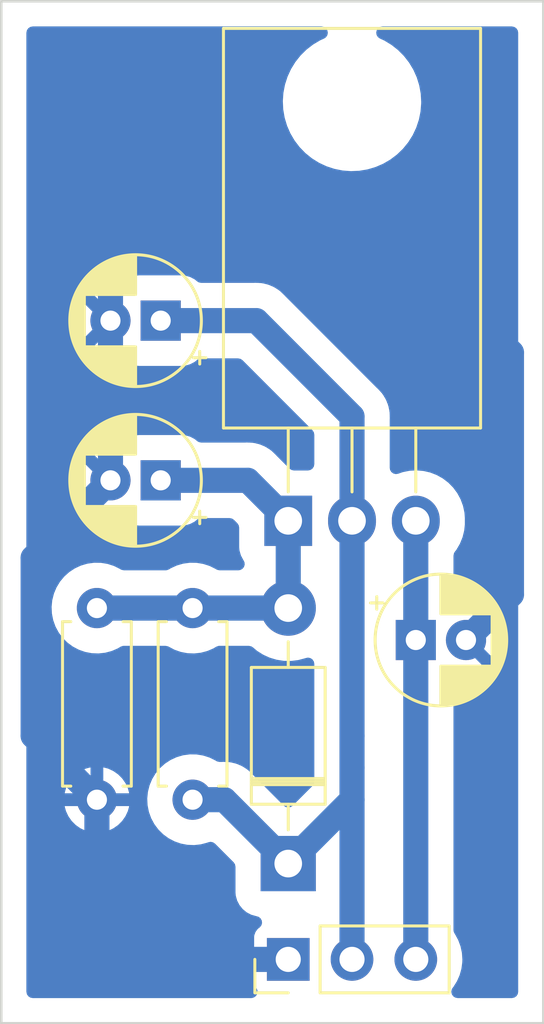
<source format=kicad_pcb>
(kicad_pcb (version 20211014) (generator pcbnew)
  (layers (0 "F.Cu" signal) (31 "B.Cu" signal) (34 "B.Paste" user) (35 "F.Paste" user) (36 "B.SilkS" user "B.Silkscreen") (37 "F.SilkS" user "F.Silkscreen") (38 "B.Mask" user) (39 "F.Mask" user) (44 "Edge.Cuts" user))
  (net 0 "")
  (net 1 "VIN")
  (net 2 "GND")
  (net 3 "/ADJ")
  (net 4 "VOUT")
  (footprint "Capacitor_THT:CP_Radial_D5.0mm_P2.00mm" (layer "F.Cu") (at 185.42 74.93 180)
    (fp_text reference "C3" hide)
    (fp_text value "1u" hide)
    (fp_line (start 1.16 -2.576) (end 1.16 -1.04) (layer "F.SilkS") (width 0.12))
    (fp_line (start 1.28 -2.565) (end 1.28 -1.04) (layer "F.SilkS") (width 0.12))
    (fp_line (start 2.841 1.04) (end 2.841 1.826) (layer "F.SilkS") (width 0.12))
    (fp_line (start 3.521 -0.677) (end 3.521 0.677) (layer "F.SilkS") (width 0.12))
    (fp_line (start 3.561 -0.518) (end 3.561 0.518) (layer "F.SilkS") (width 0.12))
    (fp_line (start 2.761 1.04) (end 2.761 1.901) (layer "F.SilkS") (width 0.12))
    (fp_line (start 2.561 1.04) (end 2.561 2.065) (layer "F.SilkS") (width 0.12))
    (fp_line (start 2.201 -2.29) (end 2.201 -1.04) (layer "F.SilkS") (width 0.12))
    (fp_line (start 2.441 1.04) (end 2.441 2.149) (layer "F.SilkS") (width 0.12))
    (fp_line (start 2.201 1.04) (end 2.201 2.29) (layer "F.SilkS") (width 0.12))
    (fp_line (start 1.4 -2.55) (end 1.4 -1.04) (layer "F.SilkS") (width 0.12))
    (fp_line (start 2.121 -2.329) (end 2.121 -1.04) (layer "F.SilkS") (width 0.12))
    (fp_line (start 1.36 1.04) (end 1.36 2.556) (layer "F.SilkS") (width 0.12))
    (fp_line (start 1.48 1.04) (end 1.48 2.536) (layer "F.SilkS") (width 0.12))
    (fp_line (start 2.281 1.04) (end 2.281 2.247) (layer "F.SilkS") (width 0.12))
    (fp_line (start 1.801 -2.455) (end 1.801 -1.04) (layer "F.SilkS") (width 0.12))
    (fp_line (start 3.601 -0.284) (end 3.601 0.284) (layer "F.SilkS") (width 0.12))
    (fp_line (start 1.4 1.04) (end 1.4 2.55) (layer "F.SilkS") (width 0.12))
    (fp_line (start 2.521 -2.095) (end 2.521 -1.04) (layer "F.SilkS") (width 0.12))
    (fp_line (start 2.041 -2.365) (end 2.041 -1.04) (layer "F.SilkS") (width 0.12))
    (fp_line (start 1.68 -2.491) (end 1.68 -1.04) (layer "F.SilkS") (width 0.12))
    (fp_line (start 3.321 -1.178) (end 3.321 1.178) (layer "F.SilkS") (width 0.12))
    (fp_line (start 3.241 -1.319) (end 3.241 1.319) (layer "F.SilkS") (width 0.12))
    (fp_line (start 1.56 1.04) (end 1.56 2.52) (layer "F.SilkS") (width 0.12))
    (fp_line (start 1.64 1.04) (end 1.64 2.501) (layer "F.SilkS") (width 0.12))
    (fp_line (start 2.241 1.04) (end 2.241 2.268) (layer "F.SilkS") (width 0.12))
    (fp_line (start 3.041 -1.605) (end 3.041 1.605) (layer "F.SilkS") (width 0.12))
    (fp_line (start 1.801 1.04) (end 1.801 2.455) (layer "F.SilkS") (width 0.12))
    (fp_line (start 3.401 -1.011) (end 3.401 1.011) (layer "F.SilkS") (width 0.12))
    (fp_line (start 1.56 -2.52) (end 1.56 -1.04) (layer "F.SilkS") (width 0.12))
    (fp_line (start 1.6 1.04) (end 1.6 2.511) (layer "F.SilkS") (width 0.12))
    (fp_line (start 1 1.04) (end 1 2.58) (layer "F.SilkS") (width 0.12))
    (fp_line (start 1.04 -2.58) (end 1.04 -1.04) (layer "F.SilkS") (width 0.12))
    (fp_line (start 2.001 -2.382) (end 2.001 -1.04) (layer "F.SilkS") (width 0.12))
    (fp_line (start 2.401 -2.175) (end 2.401 -1.04) (layer "F.SilkS") (width 0.12))
    (fp_line (start 2.561 -2.065) (end 2.561 -1.04) (layer "F.SilkS") (width 0.12))
    (fp_line (start 1.44 1.04) (end 1.44 2.543) (layer "F.SilkS") (width 0.12))
    (fp_line (start 2.281 -2.247) (end 2.281 -1.04) (layer "F.SilkS") (width 0.12))
    (fp_line (start 2.961 -1.699) (end 2.961 -1.04) (layer "F.SilkS") (width 0.12))
    (fp_line (start 2.321 1.04) (end 2.321 2.224) (layer "F.SilkS") (width 0.12))
    (fp_line (start 2.721 -1.937) (end 2.721 -1.04) (layer "F.SilkS") (width 0.12))
    (fp_line (start 1.52 -2.528) (end 1.52 -1.04) (layer "F.SilkS") (width 0.12))
    (fp_line (start 1.28 1.04) (end 1.28 2.565) (layer "F.SilkS") (width 0.12))
    (fp_line (start 1.841 -2.442) (end 1.841 -1.04) (layer "F.SilkS") (width 0.12))
    (fp_line (start 2.841 -1.826) (end 2.841 -1.04) (layer "F.SilkS") (width 0.12))
    (fp_line (start 1.52 1.04) (end 1.52 2.528) (layer "F.SilkS") (width 0.12))
    (fp_line (start 1.841 1.04) (end 1.841 2.442) (layer "F.SilkS") (width 0.12))
    (fp_line (start 2.641 1.04) (end 2.641 2.004) (layer "F.SilkS") (width 0.12))
    (fp_line (start 2.921 1.04) (end 2.921 1.743) (layer "F.SilkS") (width 0.12))
    (fp_line (start 3.001 -1.653) (end 3.001 -1.04) (layer "F.SilkS") (width 0.12))
    (fp_line (start 3.201 -1.383) (end 3.201 1.383) (layer "F.SilkS") (width 0.12))
    (fp_line (start 3.281 -1.251) (end 3.281 1.251) (layer "F.SilkS") (width 0.12))
    (fp_line (start 2.881 1.04) (end 2.881 1.785) (layer "F.SilkS") (width 0.12))
    (fp_line (start 2.081 1.04) (end 2.081 2.348) (layer "F.SilkS") (width 0.12))
    (fp_line (start 1 -2.58) (end 1 -1.04) (layer "F.SilkS") (width 0.12))
    (fp_line (start 2.921 -1.743) (end 2.921 -1.04) (layer "F.SilkS") (width 0.12))
    (fp_line (start 3.161 -1.443) (end 3.161 1.443) (layer "F.SilkS") (width 0.12))
    (fp_line (start -1.804775 -1.475) (end -1.304775 -1.475) (layer "F.SilkS") (width 0.12))
    (fp_line (start 2.361 1.04) (end 2.361 2.2) (layer "F.SilkS") (width 0.12))
    (fp_line (start 1.16 1.04) (end 1.16 2.576) (layer "F.SilkS") (width 0.12))
    (fp_line (start 1.12 -2.578) (end 1.12 -1.04) (layer "F.SilkS") (width 0.12))
    (fp_line (start 2.441 -2.149) (end 2.441 -1.04) (layer "F.SilkS") (width 0.12))
    (fp_line (start 1.68 1.04) (end 1.68 2.491) (layer "F.SilkS") (width 0.12))
    (fp_line (start 1.961 1.04) (end 1.961 2.398) (layer "F.SilkS") (width 0.12))
    (fp_line (start 2.481 1.04) (end 2.481 2.122) (layer "F.SilkS") (width 0.12))
    (fp_line (start 1.961 -2.398) (end 1.961 -1.04) (layer "F.SilkS") (width 0.12))
    (fp_line (start 1.2 1.04) (end 1.2 2.573) (layer "F.SilkS") (width 0.12))
    (fp_line (start 1.08 -2.579) (end 1.08 -1.04) (layer "F.SilkS") (width 0.12))
    (fp_line (start 2.121 1.04) (end 2.121 2.329) (layer "F.SilkS") (width 0.12))
    (fp_line (start 1.24 -2.569) (end 1.24 -1.04) (layer "F.SilkS") (width 0.12))
    (fp_line (start 1.08 1.04) (end 1.08 2.579) (layer "F.SilkS") (width 0.12))
    (fp_line (start 1.36 -2.556) (end 1.36 -1.04) (layer "F.SilkS") (width 0.12))
    (fp_line (start 2.241 -2.268) (end 2.241 -1.04) (layer "F.SilkS") (width 0.12))
    (fp_line (start 1.881 -2.428) (end 1.881 -1.04) (layer "F.SilkS") (width 0.12))
    (fp_line (start 3.081 -1.554) (end 3.081 1.554) (layer "F.SilkS") (width 0.12))
    (fp_line (start 2.681 -1.971) (end 2.681 -1.04) (layer "F.SilkS") (width 0.12))
    (fp_line (start 1.32 1.04) (end 1.32 2.561) (layer "F.SilkS") (width 0.12))
    (fp_line (start 1.921 1.04) (end 1.921 2.414) (layer "F.SilkS") (width 0.12))
    (fp_line (start 2.041 1.04) (end 2.041 2.365) (layer "F.SilkS") (width 0.12))
    (fp_line (start 2.761 -1.901) (end 2.761 -1.04) (layer "F.SilkS") (width 0.12))
    (fp_line (start 2.001 1.04) (end 2.001 2.382) (layer "F.SilkS") (width 0.12))
    (fp_line (start 1.6 -2.511) (end 1.6 -1.04) (layer "F.SilkS") (width 0.12))
    (fp_line (start 2.161 1.04) (end 2.161 2.31) (layer "F.SilkS") (width 0.12))
    (fp_line (start 1.881 1.04) (end 1.881 2.428) (layer "F.SilkS") (width 0.12))
    (fp_line (start 1.32 -2.561) (end 1.32 -1.04) (layer "F.SilkS") (width 0.12))
    (fp_line (start 2.881 -1.785) (end 2.881 -1.04) (layer "F.SilkS") (width 0.12))
    (fp_line (start 2.521 1.04) (end 2.521 2.095) (layer "F.SilkS") (width 0.12))
    (fp_line (start 3.001 1.04) (end 3.001 1.653) (layer "F.SilkS") (width 0.12))
    (fp_line (start 2.161 -2.31) (end 2.161 -1.04) (layer "F.SilkS") (width 0.12))
    (fp_line (start 1.721 1.04) (end 1.721 2.48) (layer "F.SilkS") (width 0.12))
    (fp_line (start 1.24 1.04) (end 1.24 2.569) (layer "F.SilkS") (width 0.12))
    (fp_line (start 1.04 1.04) (end 1.04 2.58) (layer "F.SilkS") (width 0.12))
    (fp_line (start 1.48 -2.536) (end 1.48 -1.04) (layer "F.SilkS") (width 0.12))
    (fp_line (start 1.2 -2.573) (end 1.2 -1.04) (layer "F.SilkS") (width 0.12))
    (fp_line (start 2.481 -2.122) (end 2.481 -1.04) (layer "F.SilkS") (width 0.12))
    (fp_line (start 1.761 -2.468) (end 1.761 -1.04) (layer "F.SilkS") (width 0.12))
    (fp_line (start 2.681 1.04) (end 2.681 1.971) (layer "F.SilkS") (width 0.12))
    (fp_line (start 1.721 -2.48) (end 1.721 -1.04) (layer "F.SilkS") (width 0.12))
    (fp_line (start 2.721 1.04) (end 2.721 1.937) (layer "F.SilkS") (width 0.12))
    (fp_line (start 1.761 1.04) (end 1.761 2.468) (layer "F.SilkS") (width 0.12))
    (fp_line (start 3.361 -1.098) (end 3.361 1.098) (layer "F.SilkS") (width 0.12))
    (fp_line (start 2.321 -2.224) (end 2.321 -1.04) (layer "F.SilkS") (width 0.12))
    (fp_line (start 2.081 -2.348) (end 2.081 -1.04) (layer "F.SilkS") (width 0.12))
    (fp_line (start 2.601 -2.035) (end 2.601 -1.04) (layer "F.SilkS") (width 0.12))
    (fp_line (start 2.961 1.04) (end 2.961 1.699) (layer "F.SilkS") (width 0.12))
    (fp_line (start 2.401 1.04) (end 2.401 2.175) (layer "F.SilkS") (width 0.12))
    (fp_line (start 1.12 1.04) (end 1.12 2.578) (layer "F.SilkS") (width 0.12))
    (fp_line (start 2.801 1.04) (end 2.801 1.864) (layer "F.SilkS") (width 0.12))
    (fp_line (start 1.44 -2.543) (end 1.44 -1.04) (layer "F.SilkS") (width 0.12))
    (fp_line (start 2.601 1.04) (end 2.601 2.035) (layer "F.SilkS") (width 0.12))
    (fp_line (start 2.641 -2.004) (end 2.641 -1.04) (layer "F.SilkS") (width 0.12))
    (fp_line (start 1.921 -2.414) (end 1.921 -1.04) (layer "F.SilkS") (width 0.12))
    (fp_line (start 2.801 -1.864) (end 2.801 -1.04) (layer "F.SilkS") (width 0.12))
    (fp_line (start 1.64 -2.501) (end 1.64 -1.04) (layer "F.SilkS") (width 0.12))
    (fp_line (start 3.441 -0.915) (end 3.441 0.915) (layer "F.SilkS") (width 0.12))
    (fp_line (start 3.481 -0.805) (end 3.481 0.805) (layer "F.SilkS") (width 0.12))
    (fp_line (start -1.554775 -1.725) (end -1.554775 -1.225) (layer "F.SilkS") (width 0.12))
    (fp_line (start 3.121 -1.5) (end 3.121 1.5) (layer "F.SilkS") (width 0.12))
    (fp_line (start 2.361 -2.2) (end 2.361 -1.04) (layer "F.SilkS") (width 0.12))
    (fp_circle (center 1 0) (end 3.62 0) (layer "F.SilkS") (width 0.12) (fill none))
    (pad "1" thru_hole rect (at 0 0 180) (size 1.6 1.6) (drill 0.8) (layers *.Cu *.Mask) (net 4 "VOUT"))
    (pad "2" thru_hole circle (at 2 0 180) (size 1.6 1.6) (drill 0.8) (layers *.Cu *.Mask) (net 2 "GND"))
  )
  (footprint "Resistor_THT:R_Axial_DIN0207_L6.3mm_D2.5mm_P7.62mm_Horizontal" (layer "F.Cu") (at 186.69 93.98 90)
    (fp_text reference "R1" hide)
    (fp_text value "240" hide)
    (fp_line (start 0.54 1.04) (end 0.54 1.37) (layer "F.SilkS") (width 0.12))
    (fp_line (start 0.54 1.37) (end 7.08 1.37) (layer "F.SilkS") (width 0.12))
    (fp_line (start 0.54 -1.04) (end 0.54 -1.37) (layer "F.SilkS") (width 0.12))
    (fp_line (start 0.54 -1.37) (end 7.08 -1.37) (layer "F.SilkS") (width 0.12))
    (fp_line (start 7.08 1.37) (end 7.08 1.04) (layer "F.SilkS") (width 0.12))
    (fp_line (start 7.08 -1.37) (end 7.08 -1.04) (layer "F.SilkS") (width 0.12))
    (pad "1" thru_hole circle (at 0 0 90) (size 1.6 1.6) (drill 0.8) (layers *.Cu *.Mask) (net 4 "VOUT"))
    (pad "2" thru_hole oval (at 7.62 0 90) (size 1.6 1.6) (drill 0.8) (layers *.Cu *.Mask) (net 3 "/ADJ"))
  )
  (footprint "Capacitor_THT:CP_Radial_D5.0mm_P2.00mm" (layer "F.Cu") (at 195.58 87.63)
    (fp_text reference "C1" hide)
    (fp_text value "0.1u" hide)
    (fp_line (start 1.52 1.04) (end 1.52 2.528) (layer "F.SilkS") (width 0.12))
    (fp_line (start 1.48 1.04) (end 1.48 2.536) (layer "F.SilkS") (width 0.12))
    (fp_line (start 1.721 -2.48) (end 1.721 -1.04) (layer "F.SilkS") (width 0.12))
    (fp_line (start 1.921 -2.414) (end 1.921 -1.04) (layer "F.SilkS") (width 0.12))
    (fp_line (start -1.554775 -1.725) (end -1.554775 -1.225) (layer "F.SilkS") (width 0.12))
    (fp_line (start 2.881 -1.785) (end 2.881 -1.04) (layer "F.SilkS") (width 0.12))
    (fp_line (start 1.16 1.04) (end 1.16 2.576) (layer "F.SilkS") (width 0.12))
    (fp_line (start 2.921 1.04) (end 2.921 1.743) (layer "F.SilkS") (width 0.12))
    (fp_line (start 1 1.04) (end 1 2.58) (layer "F.SilkS") (width 0.12))
    (fp_line (start 1.48 -2.536) (end 1.48 -1.04) (layer "F.SilkS") (width 0.12))
    (fp_line (start -1.804775 -1.475) (end -1.304775 -1.475) (layer "F.SilkS") (width 0.12))
    (fp_line (start 2.721 1.04) (end 2.721 1.937) (layer "F.SilkS") (width 0.12))
    (fp_line (start 2.041 -2.365) (end 2.041 -1.04) (layer "F.SilkS") (width 0.12))
    (fp_line (start 3.401 -1.011) (end 3.401 1.011) (layer "F.SilkS") (width 0.12))
    (fp_line (start 3.161 -1.443) (end 3.161 1.443) (layer "F.SilkS") (width 0.12))
    (fp_line (start 1.28 -2.565) (end 1.28 -1.04) (layer "F.SilkS") (width 0.12))
    (fp_line (start 1.6 1.04) (end 1.6 2.511) (layer "F.SilkS") (width 0.12))
    (fp_line (start 2.681 -1.971) (end 2.681 -1.04) (layer "F.SilkS") (width 0.12))
    (fp_line (start 1 -2.58) (end 1 -1.04) (layer "F.SilkS") (width 0.12))
    (fp_line (start 1.12 -2.578) (end 1.12 -1.04) (layer "F.SilkS") (width 0.12))
    (fp_line (start 1.4 1.04) (end 1.4 2.55) (layer "F.SilkS") (width 0.12))
    (fp_line (start 1.68 1.04) (end 1.68 2.491) (layer "F.SilkS") (width 0.12))
    (fp_line (start 1.04 -2.58) (end 1.04 -1.04) (layer "F.SilkS") (width 0.12))
    (fp_line (start 1.36 -2.556) (end 1.36 -1.04) (layer "F.SilkS") (width 0.12))
    (fp_line (start 1.961 -2.398) (end 1.961 -1.04) (layer "F.SilkS") (width 0.12))
    (fp_line (start 2.841 -1.826) (end 2.841 -1.04) (layer "F.SilkS") (width 0.12))
    (fp_line (start 2.521 1.04) (end 2.521 2.095) (layer "F.SilkS") (width 0.12))
    (fp_line (start 2.041 1.04) (end 2.041 2.365) (layer "F.SilkS") (width 0.12))
    (fp_line (start 2.001 1.04) (end 2.001 2.382) (layer "F.SilkS") (width 0.12))
    (fp_line (start 3.001 -1.653) (end 3.001 -1.04) (layer "F.SilkS") (width 0.12))
    (fp_line (start 2.161 1.04) (end 2.161 2.31) (layer "F.SilkS") (width 0.12))
    (fp_line (start 1.44 -2.543) (end 1.44 -1.04) (layer "F.SilkS") (width 0.12))
    (fp_line (start 2.361 1.04) (end 2.361 2.2) (layer "F.SilkS") (width 0.12))
    (fp_line (start 2.641 1.04) (end 2.641 2.004) (layer "F.SilkS") (width 0.12))
    (fp_line (start 3.441 -0.915) (end 3.441 0.915) (layer "F.SilkS") (width 0.12))
    (fp_line (start 2.321 -2.224) (end 2.321 -1.04) (layer "F.SilkS") (width 0.12))
    (fp_line (start 2.601 1.04) (end 2.601 2.035) (layer "F.SilkS") (width 0.12))
    (fp_line (start 3.281 -1.251) (end 3.281 1.251) (layer "F.SilkS") (width 0.12))
    (fp_line (start 2.721 -1.937) (end 2.721 -1.04) (layer "F.SilkS") (width 0.12))
    (fp_line (start 2.841 1.04) (end 2.841 1.826) (layer "F.SilkS") (width 0.12))
    (fp_line (start 2.961 -1.699) (end 2.961 -1.04) (layer "F.SilkS") (width 0.12))
    (fp_line (start 1.52 -2.528) (end 1.52 -1.04) (layer "F.SilkS") (width 0.12))
    (fp_line (start 2.561 -2.065) (end 2.561 -1.04) (layer "F.SilkS") (width 0.12))
    (fp_line (start 1.881 1.04) (end 1.881 2.428) (layer "F.SilkS") (width 0.12))
    (fp_line (start 1.56 1.04) (end 1.56 2.52) (layer "F.SilkS") (width 0.12))
    (fp_line (start 2.121 1.04) (end 2.121 2.329) (layer "F.SilkS") (width 0.12))
    (fp_line (start 1.2 1.04) (end 1.2 2.573) (layer "F.SilkS") (width 0.12))
    (fp_line (start 1.24 1.04) (end 1.24 2.569) (layer "F.SilkS") (width 0.12))
    (fp_line (start 2.761 -1.901) (end 2.761 -1.04) (layer "F.SilkS") (width 0.12))
    (fp_line (start 1.961 1.04) (end 1.961 2.398) (layer "F.SilkS") (width 0.12))
    (fp_line (start 2.761 1.04) (end 2.761 1.901) (layer "F.SilkS") (width 0.12))
    (fp_line (start 3.361 -1.098) (end 3.361 1.098) (layer "F.SilkS") (width 0.12))
    (fp_line (start 2.241 1.04) (end 2.241 2.268) (layer "F.SilkS") (width 0.12))
    (fp_line (start 3.081 -1.554) (end 3.081 1.554) (layer "F.SilkS") (width 0.12))
    (fp_line (start 1.56 -2.52) (end 1.56 -1.04) (layer "F.SilkS") (width 0.12))
    (fp_line (start 1.04 1.04) (end 1.04 2.58) (layer "F.SilkS") (width 0.12))
    (fp_line (start 1.841 1.04) (end 1.841 2.442) (layer "F.SilkS") (width 0.12))
    (fp_line (start 1.761 -2.468) (end 1.761 -1.04) (layer "F.SilkS") (width 0.12))
    (fp_line (start 3.321 -1.178) (end 3.321 1.178) (layer "F.SilkS") (width 0.12))
    (fp_line (start 2.161 -2.31) (end 2.161 -1.04) (layer "F.SilkS") (width 0.12))
    (fp_line (start 1.36 1.04) (end 1.36 2.556) (layer "F.SilkS") (width 0.12))
    (fp_line (start 1.44 1.04) (end 1.44 2.543) (layer "F.SilkS") (width 0.12))
    (fp_line (start 2.481 1.04) (end 2.481 2.122) (layer "F.SilkS") (width 0.12))
    (fp_line (start 1.16 -2.576) (end 1.16 -1.04) (layer "F.SilkS") (width 0.12))
    (fp_line (start 2.961 1.04) (end 2.961 1.699) (layer "F.SilkS") (width 0.12))
    (fp_line (start 1.64 -2.501) (end 1.64 -1.04) (layer "F.SilkS") (width 0.12))
    (fp_line (start 3.241 -1.319) (end 3.241 1.319) (layer "F.SilkS") (width 0.12))
    (fp_line (start 2.921 -1.743) (end 2.921 -1.04) (layer "F.SilkS") (width 0.12))
    (fp_line (start 2.001 -2.382) (end 2.001 -1.04) (layer "F.SilkS") (width 0.12))
    (fp_line (start 3.521 -0.677) (end 3.521 0.677) (layer "F.SilkS") (width 0.12))
    (fp_line (start 1.08 1.04) (end 1.08 2.579) (layer "F.SilkS") (width 0.12))
    (fp_line (start 1.32 -2.561) (end 1.32 -1.04) (layer "F.SilkS") (width 0.12))
    (fp_line (start 2.121 -2.329) (end 2.121 -1.04) (layer "F.SilkS") (width 0.12))
    (fp_line (start 2.321 1.04) (end 2.321 2.224) (layer "F.SilkS") (width 0.12))
    (fp_line (start 2.481 -2.122) (end 2.481 -1.04) (layer "F.SilkS") (width 0.12))
    (fp_line (start 3.001 1.04) (end 3.001 1.653) (layer "F.SilkS") (width 0.12))
    (fp_line (start 1.24 -2.569) (end 1.24 -1.04) (layer "F.SilkS") (width 0.12))
    (fp_line (start 2.081 -2.348) (end 2.081 -1.04) (layer "F.SilkS") (width 0.12))
    (fp_line (start 2.881 1.04) (end 2.881 1.785) (layer "F.SilkS") (width 0.12))
    (fp_line (start 2.401 -2.175) (end 2.401 -1.04) (layer "F.SilkS") (width 0.12))
    (fp_line (start 1.881 -2.428) (end 1.881 -1.04) (layer "F.SilkS") (width 0.12))
    (fp_line (start 3.041 -1.605) (end 3.041 1.605) (layer "F.SilkS") (width 0.12))
    (fp_line (start 1.12 1.04) (end 1.12 2.578) (layer "F.SilkS") (width 0.12))
    (fp_line (start 3.481 -0.805) (end 3.481 0.805) (layer "F.SilkS") (width 0.12))
    (fp_line (start 1.68 -2.491) (end 1.68 -1.04) (layer "F.SilkS") (width 0.12))
    (fp_line (start 2.361 -2.2) (end 2.361 -1.04) (layer "F.SilkS") (width 0.12))
    (fp_line (start 2.801 1.04) (end 2.801 1.864) (layer "F.SilkS") (width 0.12))
    (fp_line (start 2.401 1.04) (end 2.401 2.175) (layer "F.SilkS") (width 0.12))
    (fp_line (start 2.201 1.04) (end 2.201 2.29) (layer "F.SilkS") (width 0.12))
    (fp_line (start 2.241 -2.268) (end 2.241 -1.04) (layer "F.SilkS") (width 0.12))
    (fp_line (start 1.64 1.04) (end 1.64 2.501) (layer "F.SilkS") (width 0.12))
    (fp_line (start 2.641 -2.004) (end 2.641 -1.04) (layer "F.SilkS") (width 0.12))
    (fp_line (start 3.201 -1.383) (end 3.201 1.383) (layer "F.SilkS") (width 0.12))
    (fp_line (start 1.801 1.04) (end 1.801 2.455) (layer "F.SilkS") (width 0.12))
    (fp_line (start 1.841 -2.442) (end 1.841 -1.04) (layer "F.SilkS") (width 0.12))
    (fp_line (start 2.521 -2.095) (end 2.521 -1.04) (layer "F.SilkS") (width 0.12))
    (fp_line (start 2.201 -2.29) (end 2.201 -1.04) (layer "F.SilkS") (width 0.12))
    (fp_line (start 3.121 -1.5) (end 3.121 1.5) (layer "F.SilkS") (width 0.12))
    (fp_line (start 2.081 1.04) (end 2.081 2.348) (layer "F.SilkS") (width 0.12))
    (fp_line (start 1.801 -2.455) (end 1.801 -1.04) (layer "F.SilkS") (width 0.12))
    (fp_line (start 1.921 1.04) (end 1.921 2.414) (layer "F.SilkS") (width 0.12))
    (fp_line (start 2.441 1.04) (end 2.441 2.149) (layer "F.SilkS") (width 0.12))
    (fp_line (start 3.601 -0.284) (end 3.601 0.284) (layer "F.SilkS") (width 0.12))
    (fp_line (start 1.08 -2.579) (end 1.08 -1.04) (layer "F.SilkS") (width 0.12))
    (fp_line (start 2.681 1.04) (end 2.681 1.971) (layer "F.SilkS") (width 0.12))
    (fp_line (start 3.561 -0.518) (end 3.561 0.518) (layer "F.SilkS") (width 0.12))
    (fp_line (start 1.6 -2.511) (end 1.6 -1.04) (layer "F.SilkS") (width 0.12))
    (fp_line (start 1.2 -2.573) (end 1.2 -1.04) (layer "F.SilkS") (width 0.12))
    (fp_line (start 2.601 -2.035) (end 2.601 -1.04) (layer "F.SilkS") (width 0.12))
    (fp_line (start 1.32 1.04) (end 1.32 2.561) (layer "F.SilkS") (width 0.12))
    (fp_line (start 1.28 1.04) (end 1.28 2.565) (layer "F.SilkS") (width 0.12))
    (fp_line (start 1.721 1.04) (end 1.721 2.48) (layer "F.SilkS") (width 0.12))
    (fp_line (start 2.281 1.04) (end 2.281 2.247) (layer "F.SilkS") (width 0.12))
    (fp_line (start 1.761 1.04) (end 1.761 2.468) (layer "F.SilkS") (width 0.12))
    (fp_line (start 2.801 -1.864) (end 2.801 -1.04) (layer "F.SilkS") (width 0.12))
    (fp_line (start 2.561 1.04) (end 2.561 2.065) (layer "F.SilkS") (width 0.12))
    (fp_line (start 1.4 -2.55) (end 1.4 -1.04) (layer "F.SilkS") (width 0.12))
    (fp_line (start 2.441 -2.149) (end 2.441 -1.04) (layer "F.SilkS") (width 0.12))
    (fp_line (start 2.281 -2.247) (end 2.281 -1.04) (layer "F.SilkS") (width 0.12))
    (fp_circle (center 1 0) (end 3.62 0) (layer "F.SilkS") (width 0.12) (fill none))
    (pad "1" thru_hole rect (at 0 0) (size 1.6 1.6) (drill 0.8) (layers *.Cu *.Mask) (net 1 "VIN"))
    (pad "2" thru_hole circle (at 2 0) (size 1.6 1.6) (drill 0.8) (layers *.Cu *.Mask) (net 2 "GND"))
  )
  (footprint "Resistor_THT:R_Axial_DIN0207_L6.3mm_D2.5mm_P7.62mm_Horizontal" (layer "F.Cu") (at 182.88 86.36 -90)
    (fp_text reference "R2" hide)
    (fp_text value "390" hide)
    (fp_line (start 0.54 1.04) (end 0.54 1.37) (layer "F.SilkS") (width 0.12))
    (fp_line (start 0.54 -1.04) (end 0.54 -1.37) (layer "F.SilkS") (width 0.12))
    (fp_line (start 7.08 1.37) (end 7.08 1.04) (layer "F.SilkS") (width 0.12))
    (fp_line (start 0.54 1.37) (end 7.08 1.37) (layer "F.SilkS") (width 0.12))
    (fp_line (start 0.54 -1.37) (end 7.08 -1.37) (layer "F.SilkS") (width 0.12))
    (fp_line (start 7.08 -1.37) (end 7.08 -1.04) (layer "F.SilkS") (width 0.12))
    (pad "1" thru_hole circle (at 0 0 270) (size 1.6 1.6) (drill 0.8) (layers *.Cu *.Mask) (net 3 "/ADJ"))
    (pad "2" thru_hole oval (at 7.62 0 270) (size 1.6 1.6) (drill 0.8) (layers *.Cu *.Mask) (net 2 "GND"))
  )
  (footprint "Package_TO_SOT_THT:TO-220-3_Horizontal_TabDown" (layer "F.Cu") (at 190.5 82.89)
    (fp_text reference "U1" hide)
    (fp_text value "LM317_TO-220" hide)
    (fp_line (start -2.58 -19.58) (end -2.58 -3.69) (layer "F.SilkS") (width 0.12))
    (fp_line (start 7.66 -19.58) (end 7.66 -3.69) (layer "F.SilkS") (width 0.12))
    (fp_line (start 5.08 -3.69) (end 5.08 -1.15) (layer "F.SilkS") (width 0.12))
    (fp_line (start -2.58 -19.58) (end 7.66 -19.58) (layer "F.SilkS") (width 0.12))
    (fp_line (start 0 -3.69) (end 0 -1.15) (layer "F.SilkS") (width 0.12))
    (fp_line (start 2.54 -3.69) (end 2.54 -1.15) (layer "F.SilkS") (width 0.12))
    (fp_line (start -2.58 -3.69) (end 7.66 -3.69) (layer "F.SilkS") (width 0.12))
    (pad "" np_thru_hole oval (at 2.54 -16.66) (size 3.5 3.5) (drill 3.5) (layers F&B.Cu *.Mask))
    (pad "1" thru_hole rect (at 0 0) (size 1.905 2) (drill 1.1) (layers *.Cu *.Mask) (net 3 "/ADJ"))
    (pad "2" thru_hole oval (at 2.54 0) (size 1.905 2) (drill 1.1) (layers *.Cu *.Mask) (net 4 "VOUT"))
    (pad "3" thru_hole oval (at 5.08 0) (size 1.905 2) (drill 1.1) (layers *.Cu *.Mask) (net 1 "VIN"))
  )
  (footprint "Capacitor_THT:CP_Radial_D5.0mm_P2.00mm" (layer "F.Cu") (at 185.42 81.28 180)
    (fp_text reference "C2" hide)
    (fp_text value "10u" hide)
    (fp_line (start 2.281 -2.247) (end 2.281 -1.04) (layer "F.SilkS") (width 0.12))
    (fp_line (start 2.321 1.04) (end 2.321 2.224) (layer "F.SilkS") (width 0.12))
    (fp_line (start 1.68 1.04) (end 1.68 2.491) (layer "F.SilkS") (width 0.12))
    (fp_line (start 1.921 1.04) (end 1.921 2.414) (layer "F.SilkS") (width 0.12))
    (fp_line (start 1.6 1.04) (end 1.6 2.511) (layer "F.SilkS") (width 0.12))
    (fp_line (start 2.201 1.04) (end 2.201 2.29) (layer "F.SilkS") (width 0.12))
    (fp_line (start 1.841 -2.442) (end 1.841 -1.04) (layer "F.SilkS") (width 0.12))
    (fp_line (start 1.64 1.04) (end 1.64 2.501) (layer "F.SilkS") (width 0.12))
    (fp_line (start 1.36 1.04) (end 1.36 2.556) (layer "F.SilkS") (width 0.12))
    (fp_line (start 1.6 -2.511) (end 1.6 -1.04) (layer "F.SilkS") (width 0.12))
    (fp_line (start 1.16 -2.576) (end 1.16 -1.04) (layer "F.SilkS") (width 0.12))
    (fp_line (start 1.12 -2.578) (end 1.12 -1.04) (layer "F.SilkS") (width 0.12))
    (fp_line (start 1.4 1.04) (end 1.4 2.55) (layer "F.SilkS") (width 0.12))
    (fp_line (start 2.841 1.04) (end 2.841 1.826) (layer "F.SilkS") (width 0.12))
    (fp_line (start 2.761 -1.901) (end 2.761 -1.04) (layer "F.SilkS") (width 0.12))
    (fp_line (start 3.001 -1.653) (end 3.001 -1.04) (layer "F.SilkS") (width 0.12))
    (fp_line (start 2.361 -2.2) (end 2.361 -1.04) (layer "F.SilkS") (width 0.12))
    (fp_line (start 1.32 -2.561) (end 1.32 -1.04) (layer "F.SilkS") (width 0.12))
    (fp_line (start 3.561 -0.518) (end 3.561 0.518) (layer "F.SilkS") (width 0.12))
    (fp_line (start 2.921 1.04) (end 2.921 1.743) (layer "F.SilkS") (width 0.12))
    (fp_line (start 3.041 -1.605) (end 3.041 1.605) (layer "F.SilkS") (width 0.12))
    (fp_line (start 1.841 1.04) (end 1.841 2.442) (layer "F.SilkS") (width 0.12))
    (fp_line (start 1 1.04) (end 1 2.58) (layer "F.SilkS") (width 0.12))
    (fp_line (start 1 -2.58) (end 1 -1.04) (layer "F.SilkS") (width 0.12))
    (fp_line (start -1.804775 -1.475) (end -1.304775 -1.475) (layer "F.SilkS") (width 0.12))
    (fp_line (start 2.681 1.04) (end 2.681 1.971) (layer "F.SilkS") (width 0.12))
    (fp_line (start 2.601 -2.035) (end 2.601 -1.04) (layer "F.SilkS") (width 0.12))
    (fp_line (start 2.521 1.04) (end 2.521 2.095) (layer "F.SilkS") (width 0.12))
    (fp_line (start 2.121 -2.329) (end 2.121 -1.04) (layer "F.SilkS") (width 0.12))
    (fp_line (start 2.721 -1.937) (end 2.721 -1.04) (layer "F.SilkS") (width 0.12))
    (fp_line (start 3.121 -1.5) (end 3.121 1.5) (layer "F.SilkS") (width 0.12))
    (fp_line (start 3.481 -0.805) (end 3.481 0.805) (layer "F.SilkS") (width 0.12))
    (fp_line (start 2.401 1.04) (end 2.401 2.175) (layer "F.SilkS") (width 0.12))
    (fp_line (start 1.24 1.04) (end 1.24 2.569) (layer "F.SilkS") (width 0.12))
    (fp_line (start 2.161 1.04) (end 2.161 2.31) (layer "F.SilkS") (width 0.12))
    (fp_line (start 1.04 1.04) (end 1.04 2.58) (layer "F.SilkS") (width 0.12))
    (fp_line (start 2.961 1.04) (end 2.961 1.699) (layer "F.SilkS") (width 0.12))
    (fp_line (start 3.321 -1.178) (end 3.321 1.178) (layer "F.SilkS") (width 0.12))
    (fp_line (start 2.561 1.04) (end 2.561 2.065) (layer "F.SilkS") (width 0.12))
    (fp_line (start 1.761 1.04) (end 1.761 2.468) (layer "F.SilkS") (width 0.12))
    (fp_line (start 2.841 -1.826) (end 2.841 -1.04) (layer "F.SilkS") (width 0.12))
    (fp_line (start 1.04 -2.58) (end 1.04 -1.04) (layer "F.SilkS") (width 0.12))
    (fp_line (start 2.641 1.04) (end 2.641 2.004) (layer "F.SilkS") (width 0.12))
    (fp_line (start 3.241 -1.319) (end 3.241 1.319) (layer "F.SilkS") (width 0.12))
    (fp_line (start 3.361 -1.098) (end 3.361 1.098) (layer "F.SilkS") (width 0.12))
    (fp_line (start 2.001 -2.382) (end 2.001 -1.04) (layer "F.SilkS") (width 0.12))
    (fp_line (start 2.121 1.04) (end 2.121 2.329) (layer "F.SilkS") (width 0.12))
    (fp_line (start 1.2 -2.573) (end 1.2 -1.04) (layer "F.SilkS") (width 0.12))
    (fp_line (start 3.441 -0.915) (end 3.441 0.915) (layer "F.SilkS") (width 0.12))
    (fp_line (start 2.001 1.04) (end 2.001 2.382) (layer "F.SilkS") (width 0.12))
    (fp_line (start 1.921 -2.414) (end 1.921 -1.04) (layer "F.SilkS") (width 0.12))
    (fp_line (start 1.68 -2.491) (end 1.68 -1.04) (layer "F.SilkS") (width 0.12))
    (fp_line (start 1.36 -2.556) (end 1.36 -1.04) (layer "F.SilkS") (width 0.12))
    (fp_line (start 3.401 -1.011) (end 3.401 1.011) (layer "F.SilkS") (width 0.12))
    (fp_line (start 2.681 -1.971) (end 2.681 -1.04) (layer "F.SilkS") (width 0.12))
    (fp_line (start 2.721 1.04) (end 2.721 1.937) (layer "F.SilkS") (width 0.12))
    (fp_line (start 1.2 1.04) (end 1.2 2.573) (layer "F.SilkS") (width 0.12))
    (fp_line (start 2.441 -2.149) (end 2.441 -1.04) (layer "F.SilkS") (width 0.12))
    (fp_line (start 2.921 -1.743) (end 2.921 -1.04) (layer "F.SilkS") (width 0.12))
    (fp_line (start 1.56 1.04) (end 1.56 2.52) (layer "F.SilkS") (width 0.12))
    (fp_line (start 1.12 1.04) (end 1.12 2.578) (layer "F.SilkS") (width 0.12))
    (fp_line (start 1.961 -2.398) (end 1.961 -1.04) (layer "F.SilkS") (width 0.12))
    (fp_line (start 2.201 -2.29) (end 2.201 -1.04) (layer "F.SilkS") (width 0.12))
    (fp_line (start 3.161 -1.443) (end 3.161 1.443) (layer "F.SilkS") (width 0.12))
    (fp_line (start 1.08 -2.579) (end 1.08 -1.04) (layer "F.SilkS") (width 0.12))
    (fp_line (start 2.401 -2.175) (end 2.401 -1.04) (layer "F.SilkS") (width 0.12))
    (fp_line (start 1.32 1.04) (end 1.32 2.561) (layer "F.SilkS") (width 0.12))
    (fp_line (start 1.881 1.04) (end 1.881 2.428) (layer "F.SilkS") (width 0.12))
    (fp_line (start 1.08 1.04) (end 1.08 2.579) (layer "F.SilkS") (width 0.12))
    (fp_line (start 1.28 1.04) (end 1.28 2.565) (layer "F.SilkS") (width 0.12))
    (fp_line (start 2.881 1.04) (end 2.881 1.785) (layer "F.SilkS") (width 0.12))
    (fp_line (start 1.64 -2.501) (end 1.64 -1.04) (layer "F.SilkS") (width 0.12))
    (fp_line (start 2.241 1.04) (end 2.241 2.268) (layer "F.SilkS") (width 0.12))
    (fp_line (start 2.081 1.04) (end 2.081 2.348) (layer "F.SilkS") (width 0.12))
    (fp_line (start 2.241 -2.268) (end 2.241 -1.04) (layer "F.SilkS") (width 0.12))
    (fp_line (start 1.16 1.04) (end 1.16 2.576) (layer "F.SilkS") (width 0.12))
    (fp_line (start 1.52 -2.528) (end 1.52 -1.04) (layer "F.SilkS") (width 0.12))
    (fp_line (start 3.281 -1.251) (end 3.281 1.251) (layer "F.SilkS") (width 0.12))
    (fp_line (start 2.801 1.04) (end 2.801 1.864) (layer "F.SilkS") (width 0.12))
    (fp_line (start 3.601 -0.284) (end 3.601 0.284) (layer "F.SilkS") (width 0.12))
    (fp_line (start 1.48 -2.536) (end 1.48 -1.04) (layer "F.SilkS") (width 0.12))
    (fp_line (start 1.801 1.04) (end 1.801 2.455) (layer "F.SilkS") (width 0.12))
    (fp_line (start 2.641 -2.004) (end 2.641 -1.04) (layer "F.SilkS") (width 0.12))
    (fp_line (start 1.801 -2.455) (end 1.801 -1.04) (layer "F.SilkS") (width 0.12))
    (fp_line (start 2.561 -2.065) (end 2.561 -1.04) (layer "F.SilkS") (width 0.12))
    (fp_line (start 2.081 -2.348) (end 2.081 -1.04) (layer "F.SilkS") (width 0.12))
    (fp_line (start 2.321 -2.224) (end 2.321 -1.04) (layer "F.SilkS") (width 0.12))
    (fp_line (start 2.521 -2.095) (end 2.521 -1.04) (layer "F.SilkS") (width 0.12))
    (fp_line (start 1.881 -2.428) (end 1.881 -1.04) (layer "F.SilkS") (width 0.12))
    (fp_line (start 2.601 1.04) (end 2.601 2.035) (layer "F.SilkS") (width 0.12))
    (fp_line (start 1.4 -2.55) (end 1.4 -1.04) (layer "F.SilkS") (width 0.12))
    (fp_line (start 1.28 -2.565) (end 1.28 -1.04) (layer "F.SilkS") (width 0.12))
    (fp_line (start 1.961 1.04) (end 1.961 2.398) (layer "F.SilkS") (width 0.12))
    (fp_line (start 1.56 -2.52) (end 1.56 -1.04) (layer "F.SilkS") (width 0.12))
    (fp_line (start 1.44 -2.543) (end 1.44 -1.04) (layer "F.SilkS") (width 0.12))
    (fp_line (start 2.161 -2.31) (end 2.161 -1.04) (layer "F.SilkS") (width 0.12))
    (fp_line (start 2.481 -2.122) (end 2.481 -1.04) (layer "F.SilkS") (width 0.12))
    (fp_line (start 2.281 1.04) (end 2.281 2.247) (layer "F.SilkS") (width 0.12))
    (fp_line (start 1.44 1.04) (end 1.44 2.543) (layer "F.SilkS") (width 0.12))
    (fp_line (start 2.481 1.04) (end 2.481 2.122) (layer "F.SilkS") (width 0.12))
    (fp_line (start -1.554775 -1.725) (end -1.554775 -1.225) (layer "F.SilkS") (width 0.12))
    (fp_line (start 2.441 1.04) (end 2.441 2.149) (layer "F.SilkS") (width 0.12))
    (fp_line (start 2.961 -1.699) (end 2.961 -1.04) (layer "F.SilkS") (width 0.12))
    (fp_line (start 2.361 1.04) (end 2.361 2.2) (layer "F.SilkS") (width 0.12))
    (fp_line (start 2.761 1.04) (end 2.761 1.901) (layer "F.SilkS") (width 0.12))
    (fp_line (start 1.721 1.04) (end 1.721 2.48) (layer "F.SilkS") (width 0.12))
    (fp_line (start 3.001 1.04) (end 3.001 1.653) (layer "F.SilkS") (width 0.12))
    (fp_line (start 1.52 1.04) (end 1.52 2.528) (layer "F.SilkS") (width 0.12))
    (fp_line (start 2.801 -1.864) (end 2.801 -1.04) (layer "F.SilkS") (width 0.12))
    (fp_line (start 1.48 1.04) (end 1.48 2.536) (layer "F.SilkS") (width 0.12))
    (fp_line (start 3.201 -1.383) (end 3.201 1.383) (layer "F.SilkS") (width 0.12))
    (fp_line (start 1.761 -2.468) (end 1.761 -1.04) (layer "F.SilkS") (width 0.12))
    (fp_line (start 3.521 -0.677) (end 3.521 0.677) (layer "F.SilkS") (width 0.12))
    (fp_line (start 2.041 1.04) (end 2.041 2.365) (layer "F.SilkS") (width 0.12))
    (fp_line (start 1.24 -2.569) (end 1.24 -1.04) (layer "F.SilkS") (width 0.12))
    (fp_line (start 2.881 -1.785) (end 2.881 -1.04) (layer "F.SilkS") (width 0.12))
    (fp_line (start 2.041 -2.365) (end 2.041 -1.04) (layer "F.SilkS") (width 0.12))
    (fp_line (start 3.081 -1.554) (end 3.081 1.554) (layer "F.SilkS") (width 0.12))
    (fp_line (start 1.721 -2.48) (end 1.721 -1.04) (layer "F.SilkS") (width 0.12))
    (fp_circle (center 1 0) (end 3.62 0) (layer "F.SilkS") (width 0.12) (fill none))
    (pad "1" thru_hole rect (at 0 0 180) (size 1.6 1.6) (drill 0.8) (layers *.Cu *.Mask) (net 3 "/ADJ"))
    (pad "2" thru_hole circle (at 2 0 180) (size 1.6 1.6) (drill 0.8) (layers *.Cu *.Mask) (net 2 "GND"))
  )
  (footprint "Connector_PinHeader_2.54mm:PinHeader_1x03_P2.54mm_Vertical" (layer "F.Cu") (at 190.5 100.33 90)
    (fp_text reference "J1" hide)
    (fp_text value "Conn_01x03_Male" hide)
    (fp_line (start -1.33 6.41) (end 1.33 6.41) (layer "F.SilkS") (width 0.12))
    (fp_line (start -1.33 1.27) (end 1.33 1.27) (layer "F.SilkS") (width 0.12))
    (fp_line (start 1.33 1.27) (end 1.33 6.41) (layer "F.SilkS") (width 0.12))
    (fp_line (start -1.33 -1.33) (end 0 -1.33) (layer "F.SilkS") (width 0.12))
    (fp_line (start -1.33 0) (end -1.33 -1.33) (layer "F.SilkS") (width 0.12))
    (fp_line (start -1.33 1.27) (end -1.33 6.41) (layer "F.SilkS") (width 0.12))
    (pad "1" thru_hole rect (at 0 0 90) (size 1.7 1.7) (drill 1) (layers *.Cu *.Mask) (net 2 "GND"))
    (pad "2" thru_hole oval (at 0 2.54 90) (size 1.7 1.7) (drill 1) (layers *.Cu *.Mask) (net 4 "VOUT"))
    (pad "3" thru_hole oval (at 0 5.08 90) (size 1.7 1.7) (drill 1) (layers *.Cu *.Mask) (net 1 "VIN"))
  )
  (footprint "Diode_THT:D_DO-41_SOD81_P10.16mm_Horizontal" (layer "F.Cu") (at 190.5 96.52 90)
    (fp_text reference "D1" hide)
    (fp_text value "1N4007" hide)
    (fp_line (start 1.34 0) (end 2.36 0) (layer "F.SilkS") (width 0.12))
    (fp_line (start 7.8 -1.47) (end 2.36 -1.47) (layer "F.SilkS") (width 0.12))
    (fp_line (start 2.36 -1.47) (end 2.36 1.47) (layer "F.SilkS") (width 0.12))
    (fp_line (start 3.26 -1.47) (end 3.26 1.47) (layer "F.SilkS") (width 0.12))
    (fp_line (start 2.36 1.47) (end 7.8 1.47) (layer "F.SilkS") (width 0.12))
    (fp_line (start 3.14 -1.47) (end 3.14 1.47) (layer "F.SilkS") (width 0.12))
    (fp_line (start 3.38 -1.47) (end 3.38 1.47) (layer "F.SilkS") (width 0.12))
    (fp_line (start 7.8 1.47) (end 7.8 -1.47) (layer "F.SilkS") (width 0.12))
    (fp_line (start 8.82 0) (end 7.8 0) (layer "F.SilkS") (width 0.12))
    (pad "1" thru_hole rect (at 0 0 90) (size 2.2 2.2) (drill 1.1) (layers *.Cu *.Mask) (net 4 "VOUT"))
    (pad "2" thru_hole oval (at 10.16 0 90) (size 2.2 2.2) (drill 1.1) (layers *.Cu *.Mask) (net 3 "/ADJ"))
  )
  (gr_line (start 179.07 62.23) (end 179.07 102.87) (layer "Edge.Cuts") (width 0.1))
  (gr_line (start 200.66 102.87) (end 200.66 62.23) (layer "Edge.Cuts") (width 0.1))
  (gr_line (start 179.07 102.87) (end 200.66 102.87) (layer "Edge.Cuts") (width 0.1))
  (gr_line (start 200.66 62.23) (end 179.07 62.23) (layer "Edge.Cuts") (width 0.1))
  (segment (start 195.58 87.63) (end 195.58 100.33) (width 1) (layer "B.Cu") (net 1))
  (segment (start 195.58 82.89) (end 195.58 87.63) (width 1) (layer "B.Cu") (net 1))
  (segment (start 199.39 76.2) (end 199.39 85.82) (width 1) (layer "B.Cu") (net 2))
  (segment (start 199.39 85.82) (end 197.58 87.63) (width 1) (layer "B.Cu") (net 2))
  (segment (start 180.34 91.44) (end 180.34 84.36) (width 1) (layer "B.Cu") (net 2))
  (segment (start 186.69 100.33) (end 190.5 100.33) (width 1) (layer "B.Cu") (net 2))
  (segment (start 194.31 71.12) (end 199.39 76.2) (width 1) (layer "B.Cu") (net 2))
  (segment (start 180.34 84.36) (end 183.42 81.28) (width 1) (layer "B.Cu") (net 2))
  (segment (start 183.42 74.93) (end 183.42 81.28) (width 1) (layer "B.Cu") (net 2))
  (segment (start 183.42 74.93) (end 183.42 73.12) (width 1) (layer "B.Cu") (net 2))
  (segment (start 182.88 93.98) (end 180.34 91.44) (width 1) (layer "B.Cu") (net 2))
  (segment (start 182.88 96.52) (end 186.69 100.33) (width 1) (layer "B.Cu") (net 2))
  (segment (start 185.42 71.12) (end 194.31 71.12) (width 1) (layer "B.Cu") (net 2))
  (segment (start 183.42 73.12) (end 185.42 71.12) (width 1) (layer "B.Cu") (net 2))
  (segment (start 182.88 93.98) (end 182.88 96.52) (width 1) (layer "B.Cu") (net 2))
  (segment (start 190.5 86.36) (end 190.5 82.89) (width 1) (layer "B.Cu") (net 3))
  (segment (start 188.89 81.28) (end 190.5 82.89) (width 1) (layer "B.Cu") (net 3))
  (segment (start 185.42 81.28) (end 188.89 81.28) (width 1) (layer "B.Cu") (net 3))
  (segment (start 186.69 86.36) (end 190.5 86.36) (width 1) (layer "B.Cu") (net 3))
  (segment (start 182.88 86.36) (end 186.69 86.36) (width 1) (layer "B.Cu") (net 3))
  (segment (start 187.96 93.98) (end 190.5 96.52) (width 1) (layer "B.Cu") (net 4))
  (segment (start 186.69 93.98) (end 187.96 93.98) (width 1) (layer "B.Cu") (net 4))
  (segment (start 190.5 96.52) (end 193.04 93.98) (width 1) (layer "B.Cu") (net 4))
  (segment (start 193.04 92.71) (end 193.04 91.44) (width 1) (layer "B.Cu") (net 4))
  (segment (start 189.23 74.93) (end 193.04 78.74) (width 1) (layer "B.Cu") (net 4))
  (segment (start 193.04 100.33) (end 193.04 93.98) (width 1) (layer "B.Cu") (net 4))
  (segment (start 193.04 93.98) (end 193.04 92.71) (width 1) (layer "B.Cu") (net 4))
  (segment (start 193.04 82.89) (end 193.04 91.44) (width 1) (layer "B.Cu") (net 4))
  (segment (start 193.04 78.74) (end 193.04 82.89) (width 1) (layer "B.Cu") (net 4))
  (segment (start 185.42 74.93) (end 189.23 74.93) (width 1) (layer "B.Cu") (net 4))
  (zone (net 2) (net_name "GND") (layer "B.Cu") (connect_pads (clearance 1)) (min_thickness 0.508) (fill yes (thermal_gap 0.508) (thermal_bridge_width 0.508))
    (polygon (pts (xy 200.66 102.87) (xy 179.07 102.87) (xy 179.07 62.23) (xy 200.66 62.23)))
  )
)
</source>
